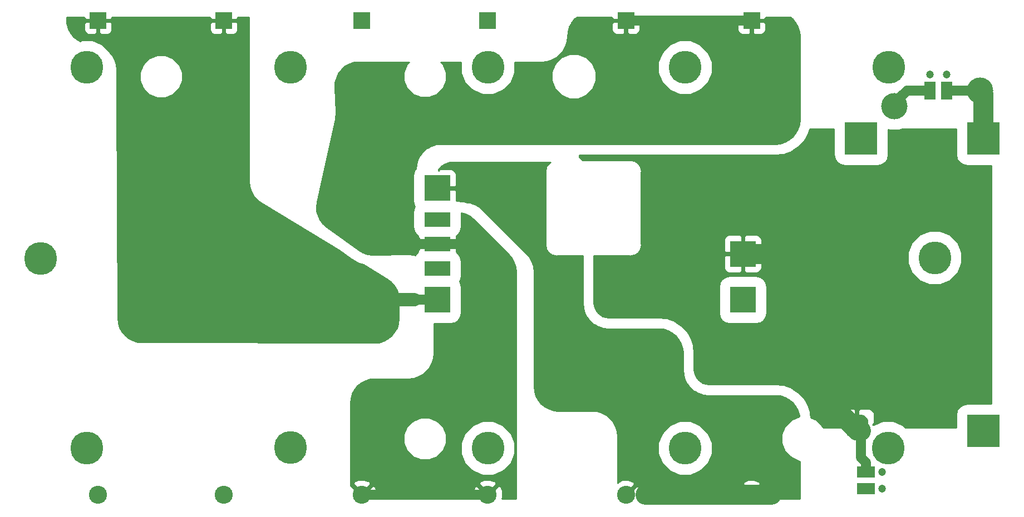
<source format=gtl>
G04 #@! TF.GenerationSoftware,KiCad,Pcbnew,(5.0.2)-1*
G04 #@! TF.CreationDate,2019-05-03T13:20:24-04:00*
G04 #@! TF.ProjectId,2p3s-pwr-pack,32703373-2d70-4777-922d-7061636b2e6b,V1*
G04 #@! TF.SameCoordinates,Original*
G04 #@! TF.FileFunction,Copper,L1,Top*
G04 #@! TF.FilePolarity,Positive*
%FSLAX46Y46*%
G04 Gerber Fmt 4.6, Leading zero omitted, Abs format (unit mm)*
G04 Created by KiCad (PCBNEW (5.0.2)-1) date 5/3/2019 1:20:24 PM*
%MOMM*%
%LPD*%
G01*
G04 APERTURE LIST*
G04 #@! TA.AperFunction,Conductor*
%ADD10C,0.150000*%
G04 #@! TD*
G04 #@! TA.AperFunction,ComponentPad*
%ADD11C,3.500000*%
G04 #@! TD*
G04 #@! TA.AperFunction,ComponentPad*
%ADD12R,5.000000X5.000000*%
G04 #@! TD*
G04 #@! TA.AperFunction,ComponentPad*
%ADD13R,2.500000X2.500000*%
G04 #@! TD*
G04 #@! TA.AperFunction,ComponentPad*
%ADD14C,2.750000*%
G04 #@! TD*
G04 #@! TA.AperFunction,BGAPad,CuDef*
%ADD15C,0.152400*%
G04 #@! TD*
G04 #@! TA.AperFunction,ComponentPad*
%ADD16C,1.200000*%
G04 #@! TD*
G04 #@! TA.AperFunction,ComponentPad*
%ADD17R,2.700000X1.700000*%
G04 #@! TD*
G04 #@! TA.AperFunction,ComponentPad*
%ADD18C,4.000000*%
G04 #@! TD*
G04 #@! TA.AperFunction,ComponentPad*
%ADD19R,4.000000X4.000000*%
G04 #@! TD*
G04 #@! TA.AperFunction,ComponentPad*
%ADD20R,4.000000X2.300000*%
G04 #@! TD*
G04 #@! TA.AperFunction,ComponentPad*
%ADD21C,5.000000*%
G04 #@! TD*
G04 #@! TA.AperFunction,ComponentPad*
%ADD22R,1.700000X2.700000*%
G04 #@! TD*
G04 #@! TA.AperFunction,Conductor*
%ADD23C,1.524000*%
G04 #@! TD*
G04 #@! TA.AperFunction,Conductor*
%ADD24C,3.048000*%
G04 #@! TD*
G04 #@! TA.AperFunction,Conductor*
%ADD25C,2.032000*%
G04 #@! TD*
G04 #@! TA.AperFunction,Conductor*
%ADD26C,0.254000*%
G04 #@! TD*
G04 APERTURE END LIST*
D10*
G04 #@! TO.N,GND1*
G04 #@! TO.C,MOD1*
G36*
X184493871Y-127475299D02*
X184612786Y-127492938D01*
X184729399Y-127522148D01*
X184842587Y-127562648D01*
X184951261Y-127614046D01*
X185054374Y-127675850D01*
X185150932Y-127747462D01*
X185240006Y-127828194D01*
X185320738Y-127917268D01*
X185392350Y-128013826D01*
X185454154Y-128116939D01*
X185505552Y-128225613D01*
X185546052Y-128338801D01*
X185575262Y-128455414D01*
X185592901Y-128574329D01*
X185598800Y-128694400D01*
X185598800Y-129744400D01*
X185592901Y-129864471D01*
X185575262Y-129983386D01*
X185546052Y-130099999D01*
X185505552Y-130213187D01*
X185454154Y-130321861D01*
X185392350Y-130424974D01*
X185320738Y-130521532D01*
X185240006Y-130610606D01*
X185150932Y-130691338D01*
X185054374Y-130762950D01*
X184951261Y-130824754D01*
X184842587Y-130876152D01*
X184729399Y-130916652D01*
X184612786Y-130945862D01*
X184493871Y-130963501D01*
X184373800Y-130969400D01*
X183323800Y-130969400D01*
X183203729Y-130963501D01*
X183084814Y-130945862D01*
X182968201Y-130916652D01*
X182855013Y-130876152D01*
X182746339Y-130824754D01*
X182643226Y-130762950D01*
X182546668Y-130691338D01*
X182457594Y-130610606D01*
X182376862Y-130521532D01*
X182305250Y-130424974D01*
X182243446Y-130321861D01*
X182192048Y-130213187D01*
X182151548Y-130099999D01*
X182122338Y-129983386D01*
X182104699Y-129864471D01*
X182098800Y-129744400D01*
X182098800Y-128694400D01*
X182104699Y-128574329D01*
X182122338Y-128455414D01*
X182151548Y-128338801D01*
X182192048Y-128225613D01*
X182243446Y-128116939D01*
X182305250Y-128013826D01*
X182376862Y-127917268D01*
X182457594Y-127828194D01*
X182546668Y-127747462D01*
X182643226Y-127675850D01*
X182746339Y-127614046D01*
X182855013Y-127562648D01*
X182968201Y-127522148D01*
X183084814Y-127492938D01*
X183203729Y-127475299D01*
X183323800Y-127469400D01*
X184373800Y-127469400D01*
X184493871Y-127475299D01*
X184493871Y-127475299D01*
G37*
D11*
G04 #@! TD*
G04 #@! TO.P,MOD1,3*
G04 #@! TO.N,GND1*
X183848800Y-129219400D03*
D12*
G04 #@! TO.P,MOD1,2*
G04 #@! TO.N,V_IN-*
X184500000Y-85400000D03*
G04 #@! TO.P,MOD1,1*
G04 #@! TO.N,V_IN+*
X203100000Y-85400000D03*
G04 #@! TO.P,MOD1,4*
G04 #@! TO.N,Net-(D1-Pad2)*
X203100000Y-130000000D03*
G04 #@! TD*
D13*
G04 #@! TO.P,BATT1,1*
G04 #@! TO.N,Net-(BATT1-Pad1)*
X167840001Y-67465001D03*
D14*
G04 #@! TO.P,BATT1,2*
G04 #@! TO.N,Net-(BATT1-Pad2)*
X167840001Y-139685001D03*
X148710001Y-139685001D03*
D13*
G04 #@! TO.P,BATT1,1*
G04 #@! TO.N,Net-(BATT1-Pad1)*
X148710001Y-67465001D03*
G04 #@! TD*
G04 #@! TO.P,BATT3,1*
G04 #@! TO.N,B+*
X68410001Y-67465001D03*
D14*
G04 #@! TO.P,BATT3,2*
G04 #@! TO.N,Net-(BATT2-Pad1)*
X68410001Y-139685001D03*
X87540001Y-139685001D03*
D13*
G04 #@! TO.P,BATT3,1*
G04 #@! TO.N,B+*
X87540001Y-67465001D03*
G04 #@! TD*
D15*
G04 #@! TO.P,BATT2,*
G04 #@! TO.N,*
X100616600Y-75955800D03*
D13*
G04 #@! TO.P,BATT2,1*
G04 #@! TO.N,Net-(BATT2-Pad1)*
X127681600Y-67445800D03*
D14*
G04 #@! TO.P,BATT2,2*
G04 #@! TO.N,Net-(BATT1-Pad1)*
X127681600Y-139665800D03*
X108551600Y-139665800D03*
D13*
G04 #@! TO.P,BATT2,1*
G04 #@! TO.N,Net-(BATT2-Pad1)*
X108551600Y-67445800D03*
G04 #@! TD*
D16*
G04 #@! TO.P,P13,*
G04 #@! TO.N,*
X187700000Y-136230000D03*
X187700000Y-138770000D03*
D17*
G04 #@! TO.P,P13,2*
G04 #@! TO.N,GND1*
X185250000Y-136230000D03*
G04 #@! TO.P,P13,1*
G04 #@! TO.N,P+*
X185250000Y-138770000D03*
G04 #@! TD*
D18*
G04 #@! TO.P,P14,1*
G04 #@! TO.N,V_IN+*
X202565000Y-78105000D03*
G04 #@! TD*
G04 #@! TO.P,P15,1*
G04 #@! TO.N,V_IN-*
X189560200Y-80518000D03*
G04 #@! TD*
D19*
G04 #@! TO.P,MOD2,6*
G04 #@! TO.N,GND1*
X166500000Y-103000000D03*
G04 #@! TO.P,MOD2,7*
G04 #@! TO.N,P+*
X166500000Y-110000000D03*
D20*
G04 #@! TO.P,MOD2,4*
G04 #@! TO.N,Net-(MOD2-Pad4)*
X120000000Y-97750000D03*
G04 #@! TO.P,MOD2,3*
G04 #@! TO.N,Net-(BATT1-Pad1)*
X120000000Y-101500000D03*
G04 #@! TO.P,MOD2,2*
G04 #@! TO.N,Net-(BATT2-Pad1)*
X120000000Y-105250000D03*
D19*
G04 #@! TO.P,MOD2,5*
G04 #@! TO.N,Net-(BATT1-Pad2)*
X120000000Y-93000000D03*
G04 #@! TO.P,MOD2,1*
G04 #@! TO.N,B+*
X120000000Y-110000000D03*
G04 #@! TD*
D21*
G04 #@! TO.P,P1,*
G04 #@! TO.N,*
X59700000Y-103700000D03*
G04 #@! TD*
G04 #@! TO.P,P2,*
G04 #@! TO.N,*
X66700000Y-74600000D03*
G04 #@! TD*
G04 #@! TO.P,P3,*
G04 #@! TO.N,*
X66700000Y-132600000D03*
G04 #@! TD*
G04 #@! TO.P,P4,*
G04 #@! TO.N,*
X97700000Y-74600000D03*
G04 #@! TD*
G04 #@! TO.P,P5,*
G04 #@! TO.N,*
X97700000Y-132500000D03*
G04 #@! TD*
G04 #@! TO.P,P6,*
G04 #@! TO.N,*
X127700000Y-74600000D03*
G04 #@! TD*
G04 #@! TO.P,P7,*
G04 #@! TO.N,*
X127700000Y-132600000D03*
G04 #@! TD*
G04 #@! TO.P,P8,*
G04 #@! TO.N,*
X157700000Y-74600000D03*
G04 #@! TD*
G04 #@! TO.P,P9,*
G04 #@! TO.N,*
X157700000Y-132600000D03*
G04 #@! TD*
G04 #@! TO.P,P10,*
G04 #@! TO.N,*
X188700000Y-74600000D03*
G04 #@! TD*
G04 #@! TO.P,P11,*
G04 #@! TO.N,*
X188600000Y-132600000D03*
G04 #@! TD*
G04 #@! TO.P,P12,*
G04 #@! TO.N,*
X195700000Y-103600000D03*
G04 #@! TD*
D22*
G04 #@! TO.P,P16,1*
G04 #@! TO.N,V_IN+*
X197485000Y-78105000D03*
G04 #@! TO.P,P16,2*
G04 #@! TO.N,V_IN-*
X194945000Y-78105000D03*
D16*
G04 #@! TO.P,P16,*
G04 #@! TO.N,*
X197485000Y-75655000D03*
X194945000Y-75655000D03*
G04 #@! TD*
D23*
G04 #@! TO.N,GND1*
X185250000Y-136230000D02*
X185250000Y-134790000D01*
X184500000Y-134040000D02*
X184500000Y-130000000D01*
X185250000Y-134790000D02*
X184500000Y-134040000D01*
D24*
X166500000Y-103000000D02*
X171548000Y-103000000D01*
X171548000Y-103000000D02*
X179362100Y-110814100D01*
X179362100Y-110814100D02*
X179362100Y-125374400D01*
X183987700Y-130000000D02*
X184500000Y-130000000D01*
X179362100Y-125374400D02*
X183987700Y-130000000D01*
D23*
G04 #@! TO.N,Net-(BATT1-Pad1)*
X120000000Y-101500000D02*
X116168500Y-101500000D01*
D24*
X116168500Y-101500000D02*
X114122200Y-99453700D01*
X114122200Y-99453700D02*
X114122200Y-94703900D01*
X114122200Y-94703900D02*
X111404400Y-91986100D01*
D23*
X120000000Y-101500000D02*
X123293200Y-101500000D01*
X125737057Y-139665800D02*
X108551600Y-139665800D01*
X127681600Y-139665800D02*
X125737057Y-139665800D01*
X151484001Y-67465001D02*
X167840001Y-67465001D01*
X148710001Y-67465001D02*
X151484001Y-67465001D01*
D24*
G04 #@! TO.N,Net-(BATT1-Pad2)*
X151710001Y-139685001D02*
X170840001Y-139685001D01*
D23*
G04 #@! TO.N,B+*
X120000000Y-110000000D02*
X116553200Y-110000000D01*
D25*
X116553200Y-110000000D02*
X115600700Y-110000000D01*
X115600700Y-110000000D02*
X112478600Y-110000000D01*
D24*
G04 #@! TO.N,V_IN+*
X203100000Y-78640000D02*
X202565000Y-78105000D01*
X203100000Y-85400000D02*
X203100000Y-78640000D01*
D23*
X197485000Y-78105000D02*
X202565000Y-78105000D01*
G04 #@! TO.N,V_IN-*
X191465200Y-78105000D02*
X189560200Y-80010000D01*
X194945000Y-78105000D02*
X191465200Y-78105000D01*
G04 #@! TD*
D26*
G04 #@! TO.N,B+*
G36*
X66271001Y-67052251D02*
X66493251Y-67274501D01*
X68219501Y-67274501D01*
X68219501Y-67254501D01*
X68600501Y-67254501D01*
X68600501Y-67274501D01*
X70326751Y-67274501D01*
X70549001Y-67052251D01*
X70549001Y-66952000D01*
X85401001Y-66952000D01*
X85401001Y-67052251D01*
X85623251Y-67274501D01*
X87349501Y-67274501D01*
X87349501Y-67254501D01*
X87730501Y-67254501D01*
X87730501Y-67274501D01*
X89456751Y-67274501D01*
X89679001Y-67052251D01*
X89679001Y-66952000D01*
X91313000Y-66952000D01*
X91313000Y-91905997D01*
X91313670Y-91919024D01*
X91393851Y-92696554D01*
X91399168Y-92722061D01*
X91636337Y-93466865D01*
X91646748Y-93490750D01*
X92030923Y-94171478D01*
X92045989Y-94192736D01*
X92560999Y-94780738D01*
X92580086Y-94798474D01*
X93204255Y-95269001D01*
X93215061Y-95276308D01*
X105083611Y-102442349D01*
X106950515Y-103807787D01*
X107095483Y-103902405D01*
X107796056Y-104308223D01*
X108111944Y-104448754D01*
X108744970Y-104653019D01*
X112337550Y-106822162D01*
X112949177Y-107283786D01*
X113448713Y-107856108D01*
X113820179Y-108518761D01*
X114047764Y-109243537D01*
X114122424Y-110006165D01*
X114105960Y-112870850D01*
X114030740Y-113593536D01*
X113818120Y-114281762D01*
X113475581Y-114915439D01*
X113016242Y-115470296D01*
X112457659Y-115925129D01*
X111821237Y-116262506D01*
X111131295Y-116469537D01*
X110408038Y-116538887D01*
X75121747Y-116455271D01*
X74400961Y-116382922D01*
X73713886Y-116173858D01*
X73080463Y-115835412D01*
X72524774Y-115380450D01*
X72067965Y-114826287D01*
X71727403Y-114193991D01*
X71516050Y-113507621D01*
X71441296Y-112787076D01*
X71247060Y-78750146D01*
X71247000Y-78729129D01*
X71247000Y-75329133D01*
X74728001Y-75329133D01*
X74728001Y-76620869D01*
X75222328Y-77814278D01*
X76135724Y-78727674D01*
X77329133Y-79222001D01*
X78620869Y-79222001D01*
X79814278Y-78727674D01*
X80727674Y-77814278D01*
X81222001Y-76620869D01*
X81222001Y-75329133D01*
X80727674Y-74135724D01*
X79814278Y-73222328D01*
X78620869Y-72728001D01*
X77329133Y-72728001D01*
X76135724Y-73222328D01*
X75222328Y-74135724D01*
X74728001Y-75329133D01*
X71247000Y-75329133D01*
X71247000Y-74930000D01*
X71246388Y-74917552D01*
X71173180Y-74174258D01*
X71168323Y-74149840D01*
X70951512Y-73435110D01*
X70941985Y-73412109D01*
X70589903Y-72753410D01*
X70576071Y-72732709D01*
X70207602Y-72283728D01*
X70198702Y-72262242D01*
X70150001Y-72213541D01*
X70102249Y-72155355D01*
X70084645Y-72137751D01*
X70026459Y-72089999D01*
X69037758Y-71101298D01*
X67520911Y-70473000D01*
X65879089Y-70473000D01*
X65639326Y-70572313D01*
X65264176Y-70371791D01*
X64706160Y-69913840D01*
X64248209Y-69355824D01*
X63907919Y-68719187D01*
X63698370Y-68028398D01*
X63683533Y-67877751D01*
X66271001Y-67877751D01*
X66271001Y-68891834D01*
X66406343Y-69218579D01*
X66656423Y-69468659D01*
X66983168Y-69604001D01*
X67997251Y-69604001D01*
X68219501Y-69381751D01*
X68219501Y-67655501D01*
X68600501Y-67655501D01*
X68600501Y-69381751D01*
X68822751Y-69604001D01*
X69836834Y-69604001D01*
X70163579Y-69468659D01*
X70413659Y-69218579D01*
X70549001Y-68891834D01*
X70549001Y-67877751D01*
X85401001Y-67877751D01*
X85401001Y-68891834D01*
X85536343Y-69218579D01*
X85786423Y-69468659D01*
X86113168Y-69604001D01*
X87127251Y-69604001D01*
X87349501Y-69381751D01*
X87349501Y-67655501D01*
X87730501Y-67655501D01*
X87730501Y-69381751D01*
X87952751Y-69604001D01*
X88966834Y-69604001D01*
X89293579Y-69468659D01*
X89543659Y-69218579D01*
X89679001Y-68891834D01*
X89679001Y-67877751D01*
X89456751Y-67655501D01*
X87730501Y-67655501D01*
X87349501Y-67655501D01*
X85623251Y-67655501D01*
X85401001Y-67877751D01*
X70549001Y-67877751D01*
X70326751Y-67655501D01*
X68600501Y-67655501D01*
X68219501Y-67655501D01*
X66493251Y-67655501D01*
X66271001Y-67877751D01*
X63683533Y-67877751D01*
X63627000Y-67303766D01*
X63627000Y-66952000D01*
X66271001Y-66952000D01*
X66271001Y-67052251D01*
X66271001Y-67052251D01*
G37*
X66271001Y-67052251D02*
X66493251Y-67274501D01*
X68219501Y-67274501D01*
X68219501Y-67254501D01*
X68600501Y-67254501D01*
X68600501Y-67274501D01*
X70326751Y-67274501D01*
X70549001Y-67052251D01*
X70549001Y-66952000D01*
X85401001Y-66952000D01*
X85401001Y-67052251D01*
X85623251Y-67274501D01*
X87349501Y-67274501D01*
X87349501Y-67254501D01*
X87730501Y-67254501D01*
X87730501Y-67274501D01*
X89456751Y-67274501D01*
X89679001Y-67052251D01*
X89679001Y-66952000D01*
X91313000Y-66952000D01*
X91313000Y-91905997D01*
X91313670Y-91919024D01*
X91393851Y-92696554D01*
X91399168Y-92722061D01*
X91636337Y-93466865D01*
X91646748Y-93490750D01*
X92030923Y-94171478D01*
X92045989Y-94192736D01*
X92560999Y-94780738D01*
X92580086Y-94798474D01*
X93204255Y-95269001D01*
X93215061Y-95276308D01*
X105083611Y-102442349D01*
X106950515Y-103807787D01*
X107095483Y-103902405D01*
X107796056Y-104308223D01*
X108111944Y-104448754D01*
X108744970Y-104653019D01*
X112337550Y-106822162D01*
X112949177Y-107283786D01*
X113448713Y-107856108D01*
X113820179Y-108518761D01*
X114047764Y-109243537D01*
X114122424Y-110006165D01*
X114105960Y-112870850D01*
X114030740Y-113593536D01*
X113818120Y-114281762D01*
X113475581Y-114915439D01*
X113016242Y-115470296D01*
X112457659Y-115925129D01*
X111821237Y-116262506D01*
X111131295Y-116469537D01*
X110408038Y-116538887D01*
X75121747Y-116455271D01*
X74400961Y-116382922D01*
X73713886Y-116173858D01*
X73080463Y-115835412D01*
X72524774Y-115380450D01*
X72067965Y-114826287D01*
X71727403Y-114193991D01*
X71516050Y-113507621D01*
X71441296Y-112787076D01*
X71247060Y-78750146D01*
X71247000Y-78729129D01*
X71247000Y-75329133D01*
X74728001Y-75329133D01*
X74728001Y-76620869D01*
X75222328Y-77814278D01*
X76135724Y-78727674D01*
X77329133Y-79222001D01*
X78620869Y-79222001D01*
X79814278Y-78727674D01*
X80727674Y-77814278D01*
X81222001Y-76620869D01*
X81222001Y-75329133D01*
X80727674Y-74135724D01*
X79814278Y-73222328D01*
X78620869Y-72728001D01*
X77329133Y-72728001D01*
X76135724Y-73222328D01*
X75222328Y-74135724D01*
X74728001Y-75329133D01*
X71247000Y-75329133D01*
X71247000Y-74930000D01*
X71246388Y-74917552D01*
X71173180Y-74174258D01*
X71168323Y-74149840D01*
X70951512Y-73435110D01*
X70941985Y-73412109D01*
X70589903Y-72753410D01*
X70576071Y-72732709D01*
X70207602Y-72283728D01*
X70198702Y-72262242D01*
X70150001Y-72213541D01*
X70102249Y-72155355D01*
X70084645Y-72137751D01*
X70026459Y-72089999D01*
X69037758Y-71101298D01*
X67520911Y-70473000D01*
X65879089Y-70473000D01*
X65639326Y-70572313D01*
X65264176Y-70371791D01*
X64706160Y-69913840D01*
X64248209Y-69355824D01*
X63907919Y-68719187D01*
X63698370Y-68028398D01*
X63683533Y-67877751D01*
X66271001Y-67877751D01*
X66271001Y-68891834D01*
X66406343Y-69218579D01*
X66656423Y-69468659D01*
X66983168Y-69604001D01*
X67997251Y-69604001D01*
X68219501Y-69381751D01*
X68219501Y-67655501D01*
X68600501Y-67655501D01*
X68600501Y-69381751D01*
X68822751Y-69604001D01*
X69836834Y-69604001D01*
X70163579Y-69468659D01*
X70413659Y-69218579D01*
X70549001Y-68891834D01*
X70549001Y-67877751D01*
X85401001Y-67877751D01*
X85401001Y-68891834D01*
X85536343Y-69218579D01*
X85786423Y-69468659D01*
X86113168Y-69604001D01*
X87127251Y-69604001D01*
X87349501Y-69381751D01*
X87349501Y-67655501D01*
X87730501Y-67655501D01*
X87730501Y-69381751D01*
X87952751Y-69604001D01*
X88966834Y-69604001D01*
X89293579Y-69468659D01*
X89543659Y-69218579D01*
X89679001Y-68891834D01*
X89679001Y-67877751D01*
X89456751Y-67655501D01*
X87730501Y-67655501D01*
X87349501Y-67655501D01*
X85623251Y-67655501D01*
X85401001Y-67877751D01*
X70549001Y-67877751D01*
X70326751Y-67655501D01*
X68600501Y-67655501D01*
X68219501Y-67655501D01*
X66493251Y-67655501D01*
X66271001Y-67877751D01*
X63683533Y-67877751D01*
X63627000Y-67303766D01*
X63627000Y-66952000D01*
X66271001Y-66952000D01*
X66271001Y-67052251D01*
G04 #@! TO.N,Net-(BATT1-Pad1)*
G36*
X146571001Y-67052251D02*
X146793251Y-67274501D01*
X148519501Y-67274501D01*
X148519501Y-67254501D01*
X148900501Y-67254501D01*
X148900501Y-67274501D01*
X150626751Y-67274501D01*
X150849001Y-67052251D01*
X150849001Y-66952000D01*
X165701001Y-66952000D01*
X165701001Y-67052251D01*
X165923251Y-67274501D01*
X167649501Y-67274501D01*
X167649501Y-67254501D01*
X168030501Y-67254501D01*
X168030501Y-67274501D01*
X169756751Y-67274501D01*
X169979001Y-67052251D01*
X169979001Y-66952000D01*
X173695404Y-66952000D01*
X174053840Y-67246160D01*
X174511791Y-67804176D01*
X174852081Y-68440813D01*
X175061630Y-69131602D01*
X175133000Y-69856234D01*
X175133000Y-82543766D01*
X175061630Y-83268398D01*
X174852081Y-83959187D01*
X174511791Y-84595824D01*
X174053840Y-85153840D01*
X173495824Y-85611791D01*
X172859187Y-85952081D01*
X172168398Y-86161630D01*
X171443766Y-86233000D01*
X120650000Y-86233000D01*
X120637552Y-86233612D01*
X119894258Y-86306820D01*
X119869840Y-86311677D01*
X119155110Y-86528488D01*
X119132109Y-86538015D01*
X118473410Y-86890097D01*
X118452709Y-86903929D01*
X117875355Y-87377751D01*
X117857751Y-87395355D01*
X117383929Y-87972709D01*
X117370097Y-87993410D01*
X117018015Y-88652109D01*
X117008488Y-88675110D01*
X116791677Y-89389840D01*
X116786820Y-89414258D01*
X116732194Y-89968884D01*
X116467400Y-90365176D01*
X116341126Y-91000000D01*
X116341126Y-95000000D01*
X116467400Y-95634824D01*
X116577767Y-95800000D01*
X116467400Y-95965176D01*
X116341126Y-96600000D01*
X116341126Y-98900000D01*
X116467400Y-99534824D01*
X116826999Y-100073001D01*
X117111000Y-100262765D01*
X117111000Y-101087250D01*
X117333250Y-101309500D01*
X119809500Y-101309500D01*
X119809500Y-101289500D01*
X120190500Y-101289500D01*
X120190500Y-101309500D01*
X122666750Y-101309500D01*
X122889000Y-101087250D01*
X122889000Y-100262765D01*
X123173001Y-100073001D01*
X123532600Y-99534824D01*
X123658874Y-98900000D01*
X123658874Y-96736155D01*
X124291033Y-96927919D01*
X124927670Y-97268209D01*
X125490526Y-97730132D01*
X130869868Y-103109474D01*
X131331791Y-103672330D01*
X131672081Y-104308967D01*
X131881630Y-104999756D01*
X131953000Y-105724388D01*
X131953000Y-140298000D01*
X129860843Y-140298000D01*
X129962990Y-140017600D01*
X129923957Y-139117771D01*
X129654701Y-138467729D01*
X129285239Y-138331569D01*
X127951008Y-139665800D01*
X127965150Y-139679942D01*
X127695742Y-139949350D01*
X127681600Y-139935208D01*
X127667458Y-139949350D01*
X127398050Y-139679942D01*
X127412192Y-139665800D01*
X126077961Y-138331569D01*
X125708499Y-138467729D01*
X125400210Y-139314000D01*
X125439243Y-140213829D01*
X125474108Y-140298000D01*
X110730843Y-140298000D01*
X110832990Y-140017600D01*
X110793957Y-139117771D01*
X110524701Y-138467729D01*
X110155239Y-138331569D01*
X108821008Y-139665800D01*
X108835150Y-139679942D01*
X108565742Y-139949350D01*
X108551600Y-139935208D01*
X108537458Y-139949350D01*
X108268050Y-139679942D01*
X108282192Y-139665800D01*
X106947961Y-138331569D01*
X106807000Y-138383518D01*
X106807000Y-138062161D01*
X107217369Y-138062161D01*
X108551600Y-139396392D01*
X109885831Y-138062161D01*
X126347369Y-138062161D01*
X127681600Y-139396392D01*
X129015831Y-138062161D01*
X128879671Y-137692699D01*
X128033400Y-137384410D01*
X127133571Y-137423443D01*
X126483529Y-137692699D01*
X126347369Y-138062161D01*
X109885831Y-138062161D01*
X109749671Y-137692699D01*
X108903400Y-137384410D01*
X108003571Y-137423443D01*
X107353529Y-137692699D01*
X107217369Y-138062161D01*
X106807000Y-138062161D01*
X106807000Y-130509932D01*
X114869600Y-130509932D01*
X114869600Y-131801668D01*
X115363927Y-132995077D01*
X116277323Y-133908473D01*
X117470732Y-134402800D01*
X118762468Y-134402800D01*
X119955877Y-133908473D01*
X120869273Y-132995077D01*
X121363600Y-131801668D01*
X121363600Y-131779089D01*
X123573000Y-131779089D01*
X123573000Y-133420911D01*
X124201298Y-134937758D01*
X125362242Y-136098702D01*
X126879089Y-136727000D01*
X128520911Y-136727000D01*
X130037758Y-136098702D01*
X131198702Y-134937758D01*
X131827000Y-133420911D01*
X131827000Y-131779089D01*
X131198702Y-130262242D01*
X130037758Y-129101298D01*
X128520911Y-128473000D01*
X126879089Y-128473000D01*
X125362242Y-129101298D01*
X124201298Y-130262242D01*
X123573000Y-131779089D01*
X121363600Y-131779089D01*
X121363600Y-130509932D01*
X120869273Y-129316523D01*
X119955877Y-128403127D01*
X118762468Y-127908800D01*
X117470732Y-127908800D01*
X116277323Y-128403127D01*
X115363927Y-129316523D01*
X114869600Y-130509932D01*
X106807000Y-130509932D01*
X106807000Y-125736234D01*
X106878370Y-125011602D01*
X107087919Y-124320813D01*
X107428209Y-123684176D01*
X107886160Y-123126160D01*
X108444176Y-122668209D01*
X109080813Y-122327919D01*
X109771602Y-122118370D01*
X110496234Y-122047000D01*
X115590581Y-122047000D01*
X115602986Y-122046393D01*
X116343750Y-121973687D01*
X116368088Y-121968863D01*
X117080580Y-121753521D01*
X117103515Y-121744057D01*
X117760542Y-121394297D01*
X117781199Y-121380555D01*
X118357686Y-120909726D01*
X118375277Y-120892230D01*
X118849222Y-120318301D01*
X118863076Y-120297718D01*
X119216390Y-119642595D01*
X119225978Y-119619712D01*
X119445176Y-118908396D01*
X119450132Y-118884085D01*
X119526849Y-118143726D01*
X119527523Y-118131324D01*
X119551747Y-113658874D01*
X122000000Y-113658874D01*
X122634824Y-113532600D01*
X123173001Y-113173001D01*
X123532600Y-112634824D01*
X123658874Y-112000000D01*
X123658874Y-108000000D01*
X123532600Y-107365176D01*
X123422233Y-107200000D01*
X123532600Y-107034824D01*
X123658874Y-106400000D01*
X123658874Y-104100000D01*
X123532600Y-103465176D01*
X123173001Y-102926999D01*
X122889000Y-102737235D01*
X122889000Y-101912750D01*
X122666750Y-101690500D01*
X120190500Y-101690500D01*
X120190500Y-101710500D01*
X119809500Y-101710500D01*
X119809500Y-101690500D01*
X117333250Y-101690500D01*
X117111000Y-101912750D01*
X117111000Y-102737235D01*
X116826999Y-102926999D01*
X116640478Y-103206148D01*
X116409238Y-103137225D01*
X116384597Y-103132468D01*
X115634884Y-103063492D01*
X115622332Y-103062961D01*
X110193568Y-103102158D01*
X109408166Y-103023965D01*
X108663496Y-102783674D01*
X107980516Y-102388048D01*
X103164083Y-98865349D01*
X102630817Y-98390253D01*
X102202060Y-97826768D01*
X101889072Y-97191640D01*
X101703431Y-96508353D01*
X101651995Y-95802170D01*
X101737405Y-95093076D01*
X104513191Y-82452414D01*
X104515671Y-82436162D01*
X104600829Y-81455519D01*
X104601188Y-81439083D01*
X104437798Y-77634425D01*
X104481110Y-76887713D01*
X104671494Y-76171041D01*
X105001597Y-75507054D01*
X105458046Y-74922653D01*
X106022316Y-74441558D01*
X106671534Y-74083267D01*
X107379374Y-73862310D01*
X108123544Y-73787000D01*
X115693450Y-73787000D01*
X115363927Y-74116523D01*
X114869600Y-75309932D01*
X114869600Y-76601668D01*
X115363927Y-77795077D01*
X116277323Y-78708473D01*
X117470732Y-79202800D01*
X118762468Y-79202800D01*
X119955877Y-78708473D01*
X120869273Y-77795077D01*
X121363600Y-76601668D01*
X121363600Y-75309932D01*
X120869273Y-74116523D01*
X120539750Y-73787000D01*
X123573000Y-73787000D01*
X123573000Y-75420911D01*
X124201298Y-76937758D01*
X125362242Y-78098702D01*
X126879089Y-78727000D01*
X128520911Y-78727000D01*
X130037758Y-78098702D01*
X131198702Y-76937758D01*
X131827000Y-75420911D01*
X131827000Y-75298301D01*
X137373001Y-75298301D01*
X137373001Y-76651701D01*
X137890925Y-77902079D01*
X138847923Y-78859077D01*
X140098301Y-79377001D01*
X141451701Y-79377001D01*
X142702079Y-78859077D01*
X143659077Y-77902079D01*
X144177001Y-76651701D01*
X144177001Y-75298301D01*
X143659077Y-74047923D01*
X143390243Y-73779089D01*
X153573000Y-73779089D01*
X153573000Y-75420911D01*
X154201298Y-76937758D01*
X155362242Y-78098702D01*
X156879089Y-78727000D01*
X158520911Y-78727000D01*
X160037758Y-78098702D01*
X161198702Y-76937758D01*
X161827000Y-75420911D01*
X161827000Y-73779089D01*
X161198702Y-72262242D01*
X160037758Y-71101298D01*
X158520911Y-70473000D01*
X156879089Y-70473000D01*
X155362242Y-71101298D01*
X154201298Y-72262242D01*
X153573000Y-73779089D01*
X143390243Y-73779089D01*
X142702079Y-73090925D01*
X141451701Y-72573001D01*
X140098301Y-72573001D01*
X138847923Y-73090925D01*
X137890925Y-74047923D01*
X137373001Y-75298301D01*
X131827000Y-75298301D01*
X131827000Y-73787000D01*
X135890000Y-73787000D01*
X135902448Y-73786388D01*
X136645742Y-73713180D01*
X136670160Y-73708323D01*
X137384890Y-73491512D01*
X137407891Y-73481985D01*
X138066590Y-73129903D01*
X138087291Y-73116071D01*
X138664645Y-72642249D01*
X138682249Y-72624645D01*
X139156071Y-72047291D01*
X139169903Y-72026590D01*
X139521985Y-71367891D01*
X139531512Y-71344890D01*
X139748323Y-70630160D01*
X139753180Y-70605742D01*
X139898370Y-69131602D01*
X140107919Y-68440813D01*
X140408882Y-67877751D01*
X146571001Y-67877751D01*
X146571001Y-68891834D01*
X146706343Y-69218579D01*
X146956423Y-69468659D01*
X147283168Y-69604001D01*
X148297251Y-69604001D01*
X148519501Y-69381751D01*
X148519501Y-67655501D01*
X148900501Y-67655501D01*
X148900501Y-69381751D01*
X149122751Y-69604001D01*
X150136834Y-69604001D01*
X150463579Y-69468659D01*
X150713659Y-69218579D01*
X150849001Y-68891834D01*
X150849001Y-67877751D01*
X165701001Y-67877751D01*
X165701001Y-68891834D01*
X165836343Y-69218579D01*
X166086423Y-69468659D01*
X166413168Y-69604001D01*
X167427251Y-69604001D01*
X167649501Y-69381751D01*
X167649501Y-67655501D01*
X168030501Y-67655501D01*
X168030501Y-69381751D01*
X168252751Y-69604001D01*
X169266834Y-69604001D01*
X169593579Y-69468659D01*
X169843659Y-69218579D01*
X169979001Y-68891834D01*
X169979001Y-67877751D01*
X169756751Y-67655501D01*
X168030501Y-67655501D01*
X167649501Y-67655501D01*
X165923251Y-67655501D01*
X165701001Y-67877751D01*
X150849001Y-67877751D01*
X150626751Y-67655501D01*
X148900501Y-67655501D01*
X148519501Y-67655501D01*
X146793251Y-67655501D01*
X146571001Y-67877751D01*
X140408882Y-67877751D01*
X140448209Y-67804176D01*
X140906160Y-67246160D01*
X141264596Y-66952000D01*
X146571001Y-66952000D01*
X146571001Y-67052251D01*
X146571001Y-67052251D01*
G37*
X146571001Y-67052251D02*
X146793251Y-67274501D01*
X148519501Y-67274501D01*
X148519501Y-67254501D01*
X148900501Y-67254501D01*
X148900501Y-67274501D01*
X150626751Y-67274501D01*
X150849001Y-67052251D01*
X150849001Y-66952000D01*
X165701001Y-66952000D01*
X165701001Y-67052251D01*
X165923251Y-67274501D01*
X167649501Y-67274501D01*
X167649501Y-67254501D01*
X168030501Y-67254501D01*
X168030501Y-67274501D01*
X169756751Y-67274501D01*
X169979001Y-67052251D01*
X169979001Y-66952000D01*
X173695404Y-66952000D01*
X174053840Y-67246160D01*
X174511791Y-67804176D01*
X174852081Y-68440813D01*
X175061630Y-69131602D01*
X175133000Y-69856234D01*
X175133000Y-82543766D01*
X175061630Y-83268398D01*
X174852081Y-83959187D01*
X174511791Y-84595824D01*
X174053840Y-85153840D01*
X173495824Y-85611791D01*
X172859187Y-85952081D01*
X172168398Y-86161630D01*
X171443766Y-86233000D01*
X120650000Y-86233000D01*
X120637552Y-86233612D01*
X119894258Y-86306820D01*
X119869840Y-86311677D01*
X119155110Y-86528488D01*
X119132109Y-86538015D01*
X118473410Y-86890097D01*
X118452709Y-86903929D01*
X117875355Y-87377751D01*
X117857751Y-87395355D01*
X117383929Y-87972709D01*
X117370097Y-87993410D01*
X117018015Y-88652109D01*
X117008488Y-88675110D01*
X116791677Y-89389840D01*
X116786820Y-89414258D01*
X116732194Y-89968884D01*
X116467400Y-90365176D01*
X116341126Y-91000000D01*
X116341126Y-95000000D01*
X116467400Y-95634824D01*
X116577767Y-95800000D01*
X116467400Y-95965176D01*
X116341126Y-96600000D01*
X116341126Y-98900000D01*
X116467400Y-99534824D01*
X116826999Y-100073001D01*
X117111000Y-100262765D01*
X117111000Y-101087250D01*
X117333250Y-101309500D01*
X119809500Y-101309500D01*
X119809500Y-101289500D01*
X120190500Y-101289500D01*
X120190500Y-101309500D01*
X122666750Y-101309500D01*
X122889000Y-101087250D01*
X122889000Y-100262765D01*
X123173001Y-100073001D01*
X123532600Y-99534824D01*
X123658874Y-98900000D01*
X123658874Y-96736155D01*
X124291033Y-96927919D01*
X124927670Y-97268209D01*
X125490526Y-97730132D01*
X130869868Y-103109474D01*
X131331791Y-103672330D01*
X131672081Y-104308967D01*
X131881630Y-104999756D01*
X131953000Y-105724388D01*
X131953000Y-140298000D01*
X129860843Y-140298000D01*
X129962990Y-140017600D01*
X129923957Y-139117771D01*
X129654701Y-138467729D01*
X129285239Y-138331569D01*
X127951008Y-139665800D01*
X127965150Y-139679942D01*
X127695742Y-139949350D01*
X127681600Y-139935208D01*
X127667458Y-139949350D01*
X127398050Y-139679942D01*
X127412192Y-139665800D01*
X126077961Y-138331569D01*
X125708499Y-138467729D01*
X125400210Y-139314000D01*
X125439243Y-140213829D01*
X125474108Y-140298000D01*
X110730843Y-140298000D01*
X110832990Y-140017600D01*
X110793957Y-139117771D01*
X110524701Y-138467729D01*
X110155239Y-138331569D01*
X108821008Y-139665800D01*
X108835150Y-139679942D01*
X108565742Y-139949350D01*
X108551600Y-139935208D01*
X108537458Y-139949350D01*
X108268050Y-139679942D01*
X108282192Y-139665800D01*
X106947961Y-138331569D01*
X106807000Y-138383518D01*
X106807000Y-138062161D01*
X107217369Y-138062161D01*
X108551600Y-139396392D01*
X109885831Y-138062161D01*
X126347369Y-138062161D01*
X127681600Y-139396392D01*
X129015831Y-138062161D01*
X128879671Y-137692699D01*
X128033400Y-137384410D01*
X127133571Y-137423443D01*
X126483529Y-137692699D01*
X126347369Y-138062161D01*
X109885831Y-138062161D01*
X109749671Y-137692699D01*
X108903400Y-137384410D01*
X108003571Y-137423443D01*
X107353529Y-137692699D01*
X107217369Y-138062161D01*
X106807000Y-138062161D01*
X106807000Y-130509932D01*
X114869600Y-130509932D01*
X114869600Y-131801668D01*
X115363927Y-132995077D01*
X116277323Y-133908473D01*
X117470732Y-134402800D01*
X118762468Y-134402800D01*
X119955877Y-133908473D01*
X120869273Y-132995077D01*
X121363600Y-131801668D01*
X121363600Y-131779089D01*
X123573000Y-131779089D01*
X123573000Y-133420911D01*
X124201298Y-134937758D01*
X125362242Y-136098702D01*
X126879089Y-136727000D01*
X128520911Y-136727000D01*
X130037758Y-136098702D01*
X131198702Y-134937758D01*
X131827000Y-133420911D01*
X131827000Y-131779089D01*
X131198702Y-130262242D01*
X130037758Y-129101298D01*
X128520911Y-128473000D01*
X126879089Y-128473000D01*
X125362242Y-129101298D01*
X124201298Y-130262242D01*
X123573000Y-131779089D01*
X121363600Y-131779089D01*
X121363600Y-130509932D01*
X120869273Y-129316523D01*
X119955877Y-128403127D01*
X118762468Y-127908800D01*
X117470732Y-127908800D01*
X116277323Y-128403127D01*
X115363927Y-129316523D01*
X114869600Y-130509932D01*
X106807000Y-130509932D01*
X106807000Y-125736234D01*
X106878370Y-125011602D01*
X107087919Y-124320813D01*
X107428209Y-123684176D01*
X107886160Y-123126160D01*
X108444176Y-122668209D01*
X109080813Y-122327919D01*
X109771602Y-122118370D01*
X110496234Y-122047000D01*
X115590581Y-122047000D01*
X115602986Y-122046393D01*
X116343750Y-121973687D01*
X116368088Y-121968863D01*
X117080580Y-121753521D01*
X117103515Y-121744057D01*
X117760542Y-121394297D01*
X117781199Y-121380555D01*
X118357686Y-120909726D01*
X118375277Y-120892230D01*
X118849222Y-120318301D01*
X118863076Y-120297718D01*
X119216390Y-119642595D01*
X119225978Y-119619712D01*
X119445176Y-118908396D01*
X119450132Y-118884085D01*
X119526849Y-118143726D01*
X119527523Y-118131324D01*
X119551747Y-113658874D01*
X122000000Y-113658874D01*
X122634824Y-113532600D01*
X123173001Y-113173001D01*
X123532600Y-112634824D01*
X123658874Y-112000000D01*
X123658874Y-108000000D01*
X123532600Y-107365176D01*
X123422233Y-107200000D01*
X123532600Y-107034824D01*
X123658874Y-106400000D01*
X123658874Y-104100000D01*
X123532600Y-103465176D01*
X123173001Y-102926999D01*
X122889000Y-102737235D01*
X122889000Y-101912750D01*
X122666750Y-101690500D01*
X120190500Y-101690500D01*
X120190500Y-101710500D01*
X119809500Y-101710500D01*
X119809500Y-101690500D01*
X117333250Y-101690500D01*
X117111000Y-101912750D01*
X117111000Y-102737235D01*
X116826999Y-102926999D01*
X116640478Y-103206148D01*
X116409238Y-103137225D01*
X116384597Y-103132468D01*
X115634884Y-103063492D01*
X115622332Y-103062961D01*
X110193568Y-103102158D01*
X109408166Y-103023965D01*
X108663496Y-102783674D01*
X107980516Y-102388048D01*
X103164083Y-98865349D01*
X102630817Y-98390253D01*
X102202060Y-97826768D01*
X101889072Y-97191640D01*
X101703431Y-96508353D01*
X101651995Y-95802170D01*
X101737405Y-95093076D01*
X104513191Y-82452414D01*
X104515671Y-82436162D01*
X104600829Y-81455519D01*
X104601188Y-81439083D01*
X104437798Y-77634425D01*
X104481110Y-76887713D01*
X104671494Y-76171041D01*
X105001597Y-75507054D01*
X105458046Y-74922653D01*
X106022316Y-74441558D01*
X106671534Y-74083267D01*
X107379374Y-73862310D01*
X108123544Y-73787000D01*
X115693450Y-73787000D01*
X115363927Y-74116523D01*
X114869600Y-75309932D01*
X114869600Y-76601668D01*
X115363927Y-77795077D01*
X116277323Y-78708473D01*
X117470732Y-79202800D01*
X118762468Y-79202800D01*
X119955877Y-78708473D01*
X120869273Y-77795077D01*
X121363600Y-76601668D01*
X121363600Y-75309932D01*
X120869273Y-74116523D01*
X120539750Y-73787000D01*
X123573000Y-73787000D01*
X123573000Y-75420911D01*
X124201298Y-76937758D01*
X125362242Y-78098702D01*
X126879089Y-78727000D01*
X128520911Y-78727000D01*
X130037758Y-78098702D01*
X131198702Y-76937758D01*
X131827000Y-75420911D01*
X131827000Y-75298301D01*
X137373001Y-75298301D01*
X137373001Y-76651701D01*
X137890925Y-77902079D01*
X138847923Y-78859077D01*
X140098301Y-79377001D01*
X141451701Y-79377001D01*
X142702079Y-78859077D01*
X143659077Y-77902079D01*
X144177001Y-76651701D01*
X144177001Y-75298301D01*
X143659077Y-74047923D01*
X143390243Y-73779089D01*
X153573000Y-73779089D01*
X153573000Y-75420911D01*
X154201298Y-76937758D01*
X155362242Y-78098702D01*
X156879089Y-78727000D01*
X158520911Y-78727000D01*
X160037758Y-78098702D01*
X161198702Y-76937758D01*
X161827000Y-75420911D01*
X161827000Y-73779089D01*
X161198702Y-72262242D01*
X160037758Y-71101298D01*
X158520911Y-70473000D01*
X156879089Y-70473000D01*
X155362242Y-71101298D01*
X154201298Y-72262242D01*
X153573000Y-73779089D01*
X143390243Y-73779089D01*
X142702079Y-73090925D01*
X141451701Y-72573001D01*
X140098301Y-72573001D01*
X138847923Y-73090925D01*
X137890925Y-74047923D01*
X137373001Y-75298301D01*
X131827000Y-75298301D01*
X131827000Y-73787000D01*
X135890000Y-73787000D01*
X135902448Y-73786388D01*
X136645742Y-73713180D01*
X136670160Y-73708323D01*
X137384890Y-73491512D01*
X137407891Y-73481985D01*
X138066590Y-73129903D01*
X138087291Y-73116071D01*
X138664645Y-72642249D01*
X138682249Y-72624645D01*
X139156071Y-72047291D01*
X139169903Y-72026590D01*
X139521985Y-71367891D01*
X139531512Y-71344890D01*
X139748323Y-70630160D01*
X139753180Y-70605742D01*
X139898370Y-69131602D01*
X140107919Y-68440813D01*
X140408882Y-67877751D01*
X146571001Y-67877751D01*
X146571001Y-68891834D01*
X146706343Y-69218579D01*
X146956423Y-69468659D01*
X147283168Y-69604001D01*
X148297251Y-69604001D01*
X148519501Y-69381751D01*
X148519501Y-67655501D01*
X148900501Y-67655501D01*
X148900501Y-69381751D01*
X149122751Y-69604001D01*
X150136834Y-69604001D01*
X150463579Y-69468659D01*
X150713659Y-69218579D01*
X150849001Y-68891834D01*
X150849001Y-67877751D01*
X165701001Y-67877751D01*
X165701001Y-68891834D01*
X165836343Y-69218579D01*
X166086423Y-69468659D01*
X166413168Y-69604001D01*
X167427251Y-69604001D01*
X167649501Y-69381751D01*
X167649501Y-67655501D01*
X168030501Y-67655501D01*
X168030501Y-69381751D01*
X168252751Y-69604001D01*
X169266834Y-69604001D01*
X169593579Y-69468659D01*
X169843659Y-69218579D01*
X169979001Y-68891834D01*
X169979001Y-67877751D01*
X169756751Y-67655501D01*
X168030501Y-67655501D01*
X167649501Y-67655501D01*
X165923251Y-67655501D01*
X165701001Y-67877751D01*
X150849001Y-67877751D01*
X150626751Y-67655501D01*
X148900501Y-67655501D01*
X148519501Y-67655501D01*
X146793251Y-67655501D01*
X146571001Y-67877751D01*
X140408882Y-67877751D01*
X140448209Y-67804176D01*
X140906160Y-67246160D01*
X141264596Y-66952000D01*
X146571001Y-66952000D01*
X146571001Y-67052251D01*
G04 #@! TO.N,Net-(BATT1-Pad2)*
G36*
X136948926Y-89196926D02*
X136572751Y-89759913D01*
X136440656Y-90424000D01*
X136474000Y-90591632D01*
X136474001Y-101432363D01*
X136440656Y-101600000D01*
X136572751Y-102264087D01*
X136948926Y-102827074D01*
X137511913Y-103203249D01*
X138008368Y-103302000D01*
X138176000Y-103335344D01*
X138343632Y-103302000D01*
X142113000Y-103302000D01*
X142113000Y-110490000D01*
X142113612Y-110502448D01*
X142186820Y-111245742D01*
X142191677Y-111270160D01*
X142408488Y-111984890D01*
X142418015Y-112007891D01*
X142770097Y-112666590D01*
X142783929Y-112687291D01*
X143257751Y-113264645D01*
X143275355Y-113282249D01*
X143852709Y-113756071D01*
X143873410Y-113769903D01*
X144532109Y-114121985D01*
X144555110Y-114131512D01*
X145269840Y-114348323D01*
X145294258Y-114353180D01*
X146037552Y-114426388D01*
X146050000Y-114427000D01*
X153663766Y-114427000D01*
X154388398Y-114498370D01*
X155079187Y-114707919D01*
X155715824Y-115048209D01*
X156273840Y-115506160D01*
X156731791Y-116064176D01*
X157072081Y-116700813D01*
X157281630Y-117391602D01*
X157353000Y-118116234D01*
X157353000Y-120650000D01*
X157353612Y-120662448D01*
X157426820Y-121405742D01*
X157431677Y-121430160D01*
X157648488Y-122144890D01*
X157658015Y-122167891D01*
X158010097Y-122826590D01*
X158023929Y-122847291D01*
X158497751Y-123424645D01*
X158515355Y-123442249D01*
X159092709Y-123916071D01*
X159113410Y-123929903D01*
X159772109Y-124281985D01*
X159795110Y-124291512D01*
X160509840Y-124508323D01*
X160534258Y-124513180D01*
X161277552Y-124586388D01*
X161290000Y-124587000D01*
X171443766Y-124587000D01*
X172168398Y-124658370D01*
X172859187Y-124867919D01*
X173495824Y-125208209D01*
X174053840Y-125666160D01*
X174511791Y-126224176D01*
X174852081Y-126860813D01*
X175061630Y-127551602D01*
X175084019Y-127778917D01*
X173847923Y-128290925D01*
X172890925Y-129247923D01*
X172373001Y-130498301D01*
X172373001Y-131851701D01*
X172890925Y-133102079D01*
X173847923Y-134059077D01*
X175098301Y-134577001D01*
X175133000Y-134577001D01*
X175133000Y-140298000D01*
X170026239Y-140298000D01*
X170121391Y-140036801D01*
X170082358Y-139136972D01*
X169813102Y-138486930D01*
X169443640Y-138350770D01*
X168109409Y-139685001D01*
X168123551Y-139699143D01*
X167854143Y-139968551D01*
X167840001Y-139954409D01*
X167825859Y-139968551D01*
X167556451Y-139699143D01*
X167570593Y-139685001D01*
X166236362Y-138350770D01*
X165866900Y-138486930D01*
X165558611Y-139333201D01*
X165597644Y-140233030D01*
X165624555Y-140298000D01*
X150896239Y-140298000D01*
X150991391Y-140036801D01*
X150952358Y-139136972D01*
X150683102Y-138486930D01*
X150313640Y-138350770D01*
X148979409Y-139685001D01*
X148993551Y-139699143D01*
X148724143Y-139968551D01*
X148710001Y-139954409D01*
X148695859Y-139968551D01*
X148426451Y-139699143D01*
X148440593Y-139685001D01*
X148426451Y-139670859D01*
X148695859Y-139401451D01*
X148710001Y-139415593D01*
X150044232Y-138081362D01*
X166505770Y-138081362D01*
X167840001Y-139415593D01*
X169174232Y-138081362D01*
X169038072Y-137711900D01*
X168191801Y-137403611D01*
X167291972Y-137442644D01*
X166641930Y-137711900D01*
X166505770Y-138081362D01*
X150044232Y-138081362D01*
X149908072Y-137711900D01*
X149061801Y-137403611D01*
X148161972Y-137442644D01*
X147511930Y-137711900D01*
X147447000Y-137888084D01*
X147447000Y-131779089D01*
X153573000Y-131779089D01*
X153573000Y-133420911D01*
X154201298Y-134937758D01*
X155362242Y-136098702D01*
X156879089Y-136727000D01*
X158520911Y-136727000D01*
X160037758Y-136098702D01*
X161198702Y-134937758D01*
X161827000Y-133420911D01*
X161827000Y-131779089D01*
X161198702Y-130262242D01*
X160037758Y-129101298D01*
X158520911Y-128473000D01*
X156879089Y-128473000D01*
X155362242Y-129101298D01*
X154201298Y-130262242D01*
X153573000Y-131779089D01*
X147447000Y-131779089D01*
X147447000Y-130810000D01*
X147446388Y-130797552D01*
X147373180Y-130054258D01*
X147368323Y-130029840D01*
X147151512Y-129315110D01*
X147141985Y-129292109D01*
X146789903Y-128633410D01*
X146776071Y-128612709D01*
X146302249Y-128035355D01*
X146284645Y-128017751D01*
X145707291Y-127543929D01*
X145686590Y-127530097D01*
X145027891Y-127178015D01*
X145004890Y-127168488D01*
X144290160Y-126951677D01*
X144265742Y-126946820D01*
X143522448Y-126873612D01*
X143510000Y-126873000D01*
X138436234Y-126873000D01*
X137711602Y-126801630D01*
X137020813Y-126592081D01*
X136384176Y-126251791D01*
X135826160Y-125793840D01*
X135368209Y-125235824D01*
X135027919Y-124599187D01*
X134818370Y-123908398D01*
X134747000Y-123183766D01*
X134747000Y-105718154D01*
X134746388Y-105705706D01*
X134673180Y-104962412D01*
X134668323Y-104937994D01*
X134451512Y-104223264D01*
X134441985Y-104200263D01*
X134089903Y-103541564D01*
X134076071Y-103520863D01*
X133602249Y-102943509D01*
X133593880Y-102934274D01*
X126935726Y-96276120D01*
X126926491Y-96267751D01*
X126349137Y-95793929D01*
X126328436Y-95780097D01*
X125669737Y-95428015D01*
X125646736Y-95418488D01*
X124932006Y-95201677D01*
X124907588Y-95196820D01*
X124491666Y-95155855D01*
X124097433Y-95036266D01*
X123784614Y-94974042D01*
X123041320Y-94900834D01*
X122889000Y-94893351D01*
X122889000Y-93412750D01*
X122666750Y-93190500D01*
X120190500Y-93190500D01*
X120190500Y-93210500D01*
X119809500Y-93210500D01*
X119809500Y-93190500D01*
X119789500Y-93190500D01*
X119789500Y-92809500D01*
X119809500Y-92809500D01*
X119809500Y-92789500D01*
X120190500Y-92789500D01*
X120190500Y-92809500D01*
X122666750Y-92809500D01*
X122889000Y-92587250D01*
X122889000Y-90823167D01*
X122753658Y-90496422D01*
X122503578Y-90246342D01*
X122176833Y-90111000D01*
X120412750Y-90111000D01*
X120190502Y-90333248D01*
X120190502Y-90157209D01*
X120655107Y-89692604D01*
X121232872Y-89329570D01*
X121876935Y-89104203D01*
X122562129Y-89027000D01*
X137203239Y-89027000D01*
X136948926Y-89196926D01*
X136948926Y-89196926D01*
G37*
X136948926Y-89196926D02*
X136572751Y-89759913D01*
X136440656Y-90424000D01*
X136474000Y-90591632D01*
X136474001Y-101432363D01*
X136440656Y-101600000D01*
X136572751Y-102264087D01*
X136948926Y-102827074D01*
X137511913Y-103203249D01*
X138008368Y-103302000D01*
X138176000Y-103335344D01*
X138343632Y-103302000D01*
X142113000Y-103302000D01*
X142113000Y-110490000D01*
X142113612Y-110502448D01*
X142186820Y-111245742D01*
X142191677Y-111270160D01*
X142408488Y-111984890D01*
X142418015Y-112007891D01*
X142770097Y-112666590D01*
X142783929Y-112687291D01*
X143257751Y-113264645D01*
X143275355Y-113282249D01*
X143852709Y-113756071D01*
X143873410Y-113769903D01*
X144532109Y-114121985D01*
X144555110Y-114131512D01*
X145269840Y-114348323D01*
X145294258Y-114353180D01*
X146037552Y-114426388D01*
X146050000Y-114427000D01*
X153663766Y-114427000D01*
X154388398Y-114498370D01*
X155079187Y-114707919D01*
X155715824Y-115048209D01*
X156273840Y-115506160D01*
X156731791Y-116064176D01*
X157072081Y-116700813D01*
X157281630Y-117391602D01*
X157353000Y-118116234D01*
X157353000Y-120650000D01*
X157353612Y-120662448D01*
X157426820Y-121405742D01*
X157431677Y-121430160D01*
X157648488Y-122144890D01*
X157658015Y-122167891D01*
X158010097Y-122826590D01*
X158023929Y-122847291D01*
X158497751Y-123424645D01*
X158515355Y-123442249D01*
X159092709Y-123916071D01*
X159113410Y-123929903D01*
X159772109Y-124281985D01*
X159795110Y-124291512D01*
X160509840Y-124508323D01*
X160534258Y-124513180D01*
X161277552Y-124586388D01*
X161290000Y-124587000D01*
X171443766Y-124587000D01*
X172168398Y-124658370D01*
X172859187Y-124867919D01*
X173495824Y-125208209D01*
X174053840Y-125666160D01*
X174511791Y-126224176D01*
X174852081Y-126860813D01*
X175061630Y-127551602D01*
X175084019Y-127778917D01*
X173847923Y-128290925D01*
X172890925Y-129247923D01*
X172373001Y-130498301D01*
X172373001Y-131851701D01*
X172890925Y-133102079D01*
X173847923Y-134059077D01*
X175098301Y-134577001D01*
X175133000Y-134577001D01*
X175133000Y-140298000D01*
X170026239Y-140298000D01*
X170121391Y-140036801D01*
X170082358Y-139136972D01*
X169813102Y-138486930D01*
X169443640Y-138350770D01*
X168109409Y-139685001D01*
X168123551Y-139699143D01*
X167854143Y-139968551D01*
X167840001Y-139954409D01*
X167825859Y-139968551D01*
X167556451Y-139699143D01*
X167570593Y-139685001D01*
X166236362Y-138350770D01*
X165866900Y-138486930D01*
X165558611Y-139333201D01*
X165597644Y-140233030D01*
X165624555Y-140298000D01*
X150896239Y-140298000D01*
X150991391Y-140036801D01*
X150952358Y-139136972D01*
X150683102Y-138486930D01*
X150313640Y-138350770D01*
X148979409Y-139685001D01*
X148993551Y-139699143D01*
X148724143Y-139968551D01*
X148710001Y-139954409D01*
X148695859Y-139968551D01*
X148426451Y-139699143D01*
X148440593Y-139685001D01*
X148426451Y-139670859D01*
X148695859Y-139401451D01*
X148710001Y-139415593D01*
X150044232Y-138081362D01*
X166505770Y-138081362D01*
X167840001Y-139415593D01*
X169174232Y-138081362D01*
X169038072Y-137711900D01*
X168191801Y-137403611D01*
X167291972Y-137442644D01*
X166641930Y-137711900D01*
X166505770Y-138081362D01*
X150044232Y-138081362D01*
X149908072Y-137711900D01*
X149061801Y-137403611D01*
X148161972Y-137442644D01*
X147511930Y-137711900D01*
X147447000Y-137888084D01*
X147447000Y-131779089D01*
X153573000Y-131779089D01*
X153573000Y-133420911D01*
X154201298Y-134937758D01*
X155362242Y-136098702D01*
X156879089Y-136727000D01*
X158520911Y-136727000D01*
X160037758Y-136098702D01*
X161198702Y-134937758D01*
X161827000Y-133420911D01*
X161827000Y-131779089D01*
X161198702Y-130262242D01*
X160037758Y-129101298D01*
X158520911Y-128473000D01*
X156879089Y-128473000D01*
X155362242Y-129101298D01*
X154201298Y-130262242D01*
X153573000Y-131779089D01*
X147447000Y-131779089D01*
X147447000Y-130810000D01*
X147446388Y-130797552D01*
X147373180Y-130054258D01*
X147368323Y-130029840D01*
X147151512Y-129315110D01*
X147141985Y-129292109D01*
X146789903Y-128633410D01*
X146776071Y-128612709D01*
X146302249Y-128035355D01*
X146284645Y-128017751D01*
X145707291Y-127543929D01*
X145686590Y-127530097D01*
X145027891Y-127178015D01*
X145004890Y-127168488D01*
X144290160Y-126951677D01*
X144265742Y-126946820D01*
X143522448Y-126873612D01*
X143510000Y-126873000D01*
X138436234Y-126873000D01*
X137711602Y-126801630D01*
X137020813Y-126592081D01*
X136384176Y-126251791D01*
X135826160Y-125793840D01*
X135368209Y-125235824D01*
X135027919Y-124599187D01*
X134818370Y-123908398D01*
X134747000Y-123183766D01*
X134747000Y-105718154D01*
X134746388Y-105705706D01*
X134673180Y-104962412D01*
X134668323Y-104937994D01*
X134451512Y-104223264D01*
X134441985Y-104200263D01*
X134089903Y-103541564D01*
X134076071Y-103520863D01*
X133602249Y-102943509D01*
X133593880Y-102934274D01*
X126935726Y-96276120D01*
X126926491Y-96267751D01*
X126349137Y-95793929D01*
X126328436Y-95780097D01*
X125669737Y-95428015D01*
X125646736Y-95418488D01*
X124932006Y-95201677D01*
X124907588Y-95196820D01*
X124491666Y-95155855D01*
X124097433Y-95036266D01*
X123784614Y-94974042D01*
X123041320Y-94900834D01*
X122889000Y-94893351D01*
X122889000Y-93412750D01*
X122666750Y-93190500D01*
X120190500Y-93190500D01*
X120190500Y-93210500D01*
X119809500Y-93210500D01*
X119809500Y-93190500D01*
X119789500Y-93190500D01*
X119789500Y-92809500D01*
X119809500Y-92809500D01*
X119809500Y-92789500D01*
X120190500Y-92789500D01*
X120190500Y-92809500D01*
X122666750Y-92809500D01*
X122889000Y-92587250D01*
X122889000Y-90823167D01*
X122753658Y-90496422D01*
X122503578Y-90246342D01*
X122176833Y-90111000D01*
X120412750Y-90111000D01*
X120190502Y-90333248D01*
X120190502Y-90157209D01*
X120655107Y-89692604D01*
X121232872Y-89329570D01*
X121876935Y-89104203D01*
X122562129Y-89027000D01*
X137203239Y-89027000D01*
X136948926Y-89196926D01*
G04 #@! TO.N,GND1*
G36*
X180341126Y-87900000D02*
X180467400Y-88534824D01*
X180826999Y-89073001D01*
X181365176Y-89432600D01*
X182000000Y-89558874D01*
X187000000Y-89558874D01*
X187634824Y-89432600D01*
X188173001Y-89073001D01*
X188532600Y-88534824D01*
X188658874Y-87900000D01*
X188658874Y-84070495D01*
X188838745Y-84145000D01*
X190281655Y-84145000D01*
X190759669Y-83947000D01*
X198941126Y-83947000D01*
X198941126Y-87900000D01*
X199067400Y-88534824D01*
X199426999Y-89073001D01*
X199965176Y-89432600D01*
X200600000Y-89558874D01*
X204298001Y-89558874D01*
X204298000Y-125841126D01*
X200600000Y-125841126D01*
X199965176Y-125967400D01*
X199426999Y-126326999D01*
X199067400Y-126865176D01*
X198941126Y-127500000D01*
X198941126Y-129413000D01*
X191249460Y-129413000D01*
X190937758Y-129101298D01*
X189420911Y-128473000D01*
X187779089Y-128473000D01*
X186437031Y-129028898D01*
X186265552Y-129028898D01*
X186487800Y-128806650D01*
X186487800Y-127292567D01*
X186352458Y-126965822D01*
X186102378Y-126715742D01*
X185775633Y-126580400D01*
X184261550Y-126580400D01*
X184039300Y-126802650D01*
X184039300Y-129028900D01*
X184059300Y-129028900D01*
X184059300Y-129409900D01*
X184039300Y-129409900D01*
X184039300Y-129413000D01*
X183658300Y-129413000D01*
X183658300Y-129409900D01*
X181432050Y-129409900D01*
X181428950Y-129413000D01*
X178727454Y-129413000D01*
X178659077Y-129247923D01*
X177702079Y-128290925D01*
X176862690Y-127943238D01*
X176805958Y-127367232D01*
X176791107Y-127292567D01*
X181209800Y-127292567D01*
X181209800Y-128806650D01*
X181432050Y-129028900D01*
X183658300Y-129028900D01*
X183658300Y-126802650D01*
X183436050Y-126580400D01*
X181921967Y-126580400D01*
X181595222Y-126715742D01*
X181345142Y-126965822D01*
X181209800Y-127292567D01*
X176791107Y-127292567D01*
X176743734Y-127054413D01*
X176526923Y-126339683D01*
X176404867Y-126045013D01*
X176052785Y-125386314D01*
X175875587Y-125121119D01*
X175401765Y-124543765D01*
X175176235Y-124318235D01*
X174598881Y-123844413D01*
X174333686Y-123667215D01*
X173674987Y-123315133D01*
X173380317Y-123193077D01*
X172665587Y-122976266D01*
X172352768Y-122914042D01*
X171609474Y-122840834D01*
X171450000Y-122833000D01*
X161369934Y-122833000D01*
X160865652Y-122783333D01*
X160457616Y-122659556D01*
X160081562Y-122458551D01*
X159751952Y-122188048D01*
X159481449Y-121858438D01*
X159280444Y-121482384D01*
X159156667Y-121074348D01*
X159107000Y-120570066D01*
X159107000Y-118110000D01*
X159099166Y-117950526D01*
X159025958Y-117207232D01*
X158963734Y-116894413D01*
X158746923Y-116179683D01*
X158624867Y-115885013D01*
X158272785Y-115226314D01*
X158095587Y-114961119D01*
X157621765Y-114383765D01*
X157396235Y-114158235D01*
X156818881Y-113684413D01*
X156553686Y-113507215D01*
X155894987Y-113155133D01*
X155600317Y-113033077D01*
X154885587Y-112816266D01*
X154572768Y-112754042D01*
X153829474Y-112680834D01*
X153670000Y-112673000D01*
X146129934Y-112673000D01*
X145625652Y-112623333D01*
X145217616Y-112499556D01*
X144841562Y-112298551D01*
X144511952Y-112028048D01*
X144241449Y-111698438D01*
X144040444Y-111322384D01*
X143916667Y-110914348D01*
X143867000Y-110410066D01*
X143867000Y-108000000D01*
X162841126Y-108000000D01*
X162841126Y-112000000D01*
X162967400Y-112634824D01*
X163326999Y-113173001D01*
X163865176Y-113532600D01*
X164500000Y-113658874D01*
X168500000Y-113658874D01*
X169134824Y-113532600D01*
X169673001Y-113173001D01*
X170032600Y-112634824D01*
X170158874Y-112000000D01*
X170158874Y-108000000D01*
X170032600Y-107365176D01*
X169673001Y-106826999D01*
X169134824Y-106467400D01*
X168500000Y-106341126D01*
X164500000Y-106341126D01*
X163865176Y-106467400D01*
X163326999Y-106826999D01*
X162967400Y-107365176D01*
X162841126Y-108000000D01*
X143867000Y-108000000D01*
X143867000Y-103412750D01*
X163611000Y-103412750D01*
X163611000Y-105176833D01*
X163746342Y-105503578D01*
X163996422Y-105753658D01*
X164323167Y-105889000D01*
X166087250Y-105889000D01*
X166309500Y-105666750D01*
X166309500Y-103190500D01*
X166690500Y-103190500D01*
X166690500Y-105666750D01*
X166912750Y-105889000D01*
X168676833Y-105889000D01*
X169003578Y-105753658D01*
X169253658Y-105503578D01*
X169389000Y-105176833D01*
X169389000Y-103412750D01*
X169166750Y-103190500D01*
X166690500Y-103190500D01*
X166309500Y-103190500D01*
X163833250Y-103190500D01*
X163611000Y-103412750D01*
X143867000Y-103412750D01*
X143867000Y-103302000D01*
X149184368Y-103302000D01*
X149352000Y-103335344D01*
X149519632Y-103302000D01*
X150016087Y-103203249D01*
X150579074Y-102827074D01*
X150955249Y-102264087D01*
X151087344Y-101600000D01*
X151054000Y-101432368D01*
X151054000Y-100823167D01*
X163611000Y-100823167D01*
X163611000Y-102587250D01*
X163833250Y-102809500D01*
X166309500Y-102809500D01*
X166309500Y-100333250D01*
X166690500Y-100333250D01*
X166690500Y-102809500D01*
X169166750Y-102809500D01*
X169197161Y-102779089D01*
X191573000Y-102779089D01*
X191573000Y-104420911D01*
X192201298Y-105937758D01*
X193362242Y-107098702D01*
X194879089Y-107727000D01*
X196520911Y-107727000D01*
X198037758Y-107098702D01*
X199198702Y-105937758D01*
X199827000Y-104420911D01*
X199827000Y-102779089D01*
X199198702Y-101262242D01*
X198037758Y-100101298D01*
X196520911Y-99473000D01*
X194879089Y-99473000D01*
X193362242Y-100101298D01*
X192201298Y-101262242D01*
X191573000Y-102779089D01*
X169197161Y-102779089D01*
X169389000Y-102587250D01*
X169389000Y-100823167D01*
X169253658Y-100496422D01*
X169003578Y-100246342D01*
X168676833Y-100111000D01*
X166912750Y-100111000D01*
X166690500Y-100333250D01*
X166309500Y-100333250D01*
X166087250Y-100111000D01*
X164323167Y-100111000D01*
X163996422Y-100246342D01*
X163746342Y-100496422D01*
X163611000Y-100823167D01*
X151054000Y-100823167D01*
X151054000Y-90591632D01*
X151087344Y-90424000D01*
X150955249Y-89759913D01*
X150579074Y-89196926D01*
X150016087Y-88820751D01*
X149519632Y-88722000D01*
X149352000Y-88688656D01*
X149184368Y-88722000D01*
X142112083Y-88722000D01*
X141643100Y-88337116D01*
X141643100Y-87987000D01*
X171450000Y-87987000D01*
X171609474Y-87979166D01*
X172352768Y-87905958D01*
X172665587Y-87843734D01*
X173380317Y-87626923D01*
X173674987Y-87504867D01*
X174333686Y-87152785D01*
X174598881Y-86975587D01*
X175176235Y-86501765D01*
X175401765Y-86276235D01*
X175875587Y-85698881D01*
X176052785Y-85433686D01*
X176404867Y-84774987D01*
X176526923Y-84480317D01*
X176688703Y-83947000D01*
X180341126Y-83947000D01*
X180341126Y-87900000D01*
X180341126Y-87900000D01*
G37*
X180341126Y-87900000D02*
X180467400Y-88534824D01*
X180826999Y-89073001D01*
X181365176Y-89432600D01*
X182000000Y-89558874D01*
X187000000Y-89558874D01*
X187634824Y-89432600D01*
X188173001Y-89073001D01*
X188532600Y-88534824D01*
X188658874Y-87900000D01*
X188658874Y-84070495D01*
X188838745Y-84145000D01*
X190281655Y-84145000D01*
X190759669Y-83947000D01*
X198941126Y-83947000D01*
X198941126Y-87900000D01*
X199067400Y-88534824D01*
X199426999Y-89073001D01*
X199965176Y-89432600D01*
X200600000Y-89558874D01*
X204298001Y-89558874D01*
X204298000Y-125841126D01*
X200600000Y-125841126D01*
X199965176Y-125967400D01*
X199426999Y-126326999D01*
X199067400Y-126865176D01*
X198941126Y-127500000D01*
X198941126Y-129413000D01*
X191249460Y-129413000D01*
X190937758Y-129101298D01*
X189420911Y-128473000D01*
X187779089Y-128473000D01*
X186437031Y-129028898D01*
X186265552Y-129028898D01*
X186487800Y-128806650D01*
X186487800Y-127292567D01*
X186352458Y-126965822D01*
X186102378Y-126715742D01*
X185775633Y-126580400D01*
X184261550Y-126580400D01*
X184039300Y-126802650D01*
X184039300Y-129028900D01*
X184059300Y-129028900D01*
X184059300Y-129409900D01*
X184039300Y-129409900D01*
X184039300Y-129413000D01*
X183658300Y-129413000D01*
X183658300Y-129409900D01*
X181432050Y-129409900D01*
X181428950Y-129413000D01*
X178727454Y-129413000D01*
X178659077Y-129247923D01*
X177702079Y-128290925D01*
X176862690Y-127943238D01*
X176805958Y-127367232D01*
X176791107Y-127292567D01*
X181209800Y-127292567D01*
X181209800Y-128806650D01*
X181432050Y-129028900D01*
X183658300Y-129028900D01*
X183658300Y-126802650D01*
X183436050Y-126580400D01*
X181921967Y-126580400D01*
X181595222Y-126715742D01*
X181345142Y-126965822D01*
X181209800Y-127292567D01*
X176791107Y-127292567D01*
X176743734Y-127054413D01*
X176526923Y-126339683D01*
X176404867Y-126045013D01*
X176052785Y-125386314D01*
X175875587Y-125121119D01*
X175401765Y-124543765D01*
X175176235Y-124318235D01*
X174598881Y-123844413D01*
X174333686Y-123667215D01*
X173674987Y-123315133D01*
X173380317Y-123193077D01*
X172665587Y-122976266D01*
X172352768Y-122914042D01*
X171609474Y-122840834D01*
X171450000Y-122833000D01*
X161369934Y-122833000D01*
X160865652Y-122783333D01*
X160457616Y-122659556D01*
X160081562Y-122458551D01*
X159751952Y-122188048D01*
X159481449Y-121858438D01*
X159280444Y-121482384D01*
X159156667Y-121074348D01*
X159107000Y-120570066D01*
X159107000Y-118110000D01*
X159099166Y-117950526D01*
X159025958Y-117207232D01*
X158963734Y-116894413D01*
X158746923Y-116179683D01*
X158624867Y-115885013D01*
X158272785Y-115226314D01*
X158095587Y-114961119D01*
X157621765Y-114383765D01*
X157396235Y-114158235D01*
X156818881Y-113684413D01*
X156553686Y-113507215D01*
X155894987Y-113155133D01*
X155600317Y-113033077D01*
X154885587Y-112816266D01*
X154572768Y-112754042D01*
X153829474Y-112680834D01*
X153670000Y-112673000D01*
X146129934Y-112673000D01*
X145625652Y-112623333D01*
X145217616Y-112499556D01*
X144841562Y-112298551D01*
X144511952Y-112028048D01*
X144241449Y-111698438D01*
X144040444Y-111322384D01*
X143916667Y-110914348D01*
X143867000Y-110410066D01*
X143867000Y-108000000D01*
X162841126Y-108000000D01*
X162841126Y-112000000D01*
X162967400Y-112634824D01*
X163326999Y-113173001D01*
X163865176Y-113532600D01*
X164500000Y-113658874D01*
X168500000Y-113658874D01*
X169134824Y-113532600D01*
X169673001Y-113173001D01*
X170032600Y-112634824D01*
X170158874Y-112000000D01*
X170158874Y-108000000D01*
X170032600Y-107365176D01*
X169673001Y-106826999D01*
X169134824Y-106467400D01*
X168500000Y-106341126D01*
X164500000Y-106341126D01*
X163865176Y-106467400D01*
X163326999Y-106826999D01*
X162967400Y-107365176D01*
X162841126Y-108000000D01*
X143867000Y-108000000D01*
X143867000Y-103412750D01*
X163611000Y-103412750D01*
X163611000Y-105176833D01*
X163746342Y-105503578D01*
X163996422Y-105753658D01*
X164323167Y-105889000D01*
X166087250Y-105889000D01*
X166309500Y-105666750D01*
X166309500Y-103190500D01*
X166690500Y-103190500D01*
X166690500Y-105666750D01*
X166912750Y-105889000D01*
X168676833Y-105889000D01*
X169003578Y-105753658D01*
X169253658Y-105503578D01*
X169389000Y-105176833D01*
X169389000Y-103412750D01*
X169166750Y-103190500D01*
X166690500Y-103190500D01*
X166309500Y-103190500D01*
X163833250Y-103190500D01*
X163611000Y-103412750D01*
X143867000Y-103412750D01*
X143867000Y-103302000D01*
X149184368Y-103302000D01*
X149352000Y-103335344D01*
X149519632Y-103302000D01*
X150016087Y-103203249D01*
X150579074Y-102827074D01*
X150955249Y-102264087D01*
X151087344Y-101600000D01*
X151054000Y-101432368D01*
X151054000Y-100823167D01*
X163611000Y-100823167D01*
X163611000Y-102587250D01*
X163833250Y-102809500D01*
X166309500Y-102809500D01*
X166309500Y-100333250D01*
X166690500Y-100333250D01*
X166690500Y-102809500D01*
X169166750Y-102809500D01*
X169197161Y-102779089D01*
X191573000Y-102779089D01*
X191573000Y-104420911D01*
X192201298Y-105937758D01*
X193362242Y-107098702D01*
X194879089Y-107727000D01*
X196520911Y-107727000D01*
X198037758Y-107098702D01*
X199198702Y-105937758D01*
X199827000Y-104420911D01*
X199827000Y-102779089D01*
X199198702Y-101262242D01*
X198037758Y-100101298D01*
X196520911Y-99473000D01*
X194879089Y-99473000D01*
X193362242Y-100101298D01*
X192201298Y-101262242D01*
X191573000Y-102779089D01*
X169197161Y-102779089D01*
X169389000Y-102587250D01*
X169389000Y-100823167D01*
X169253658Y-100496422D01*
X169003578Y-100246342D01*
X168676833Y-100111000D01*
X166912750Y-100111000D01*
X166690500Y-100333250D01*
X166309500Y-100333250D01*
X166087250Y-100111000D01*
X164323167Y-100111000D01*
X163996422Y-100246342D01*
X163746342Y-100496422D01*
X163611000Y-100823167D01*
X151054000Y-100823167D01*
X151054000Y-90591632D01*
X151087344Y-90424000D01*
X150955249Y-89759913D01*
X150579074Y-89196926D01*
X150016087Y-88820751D01*
X149519632Y-88722000D01*
X149352000Y-88688656D01*
X149184368Y-88722000D01*
X142112083Y-88722000D01*
X141643100Y-88337116D01*
X141643100Y-87987000D01*
X171450000Y-87987000D01*
X171609474Y-87979166D01*
X172352768Y-87905958D01*
X172665587Y-87843734D01*
X173380317Y-87626923D01*
X173674987Y-87504867D01*
X174333686Y-87152785D01*
X174598881Y-86975587D01*
X175176235Y-86501765D01*
X175401765Y-86276235D01*
X175875587Y-85698881D01*
X176052785Y-85433686D01*
X176404867Y-84774987D01*
X176526923Y-84480317D01*
X176688703Y-83947000D01*
X180341126Y-83947000D01*
X180341126Y-87900000D01*
G04 #@! TD*
M02*

</source>
